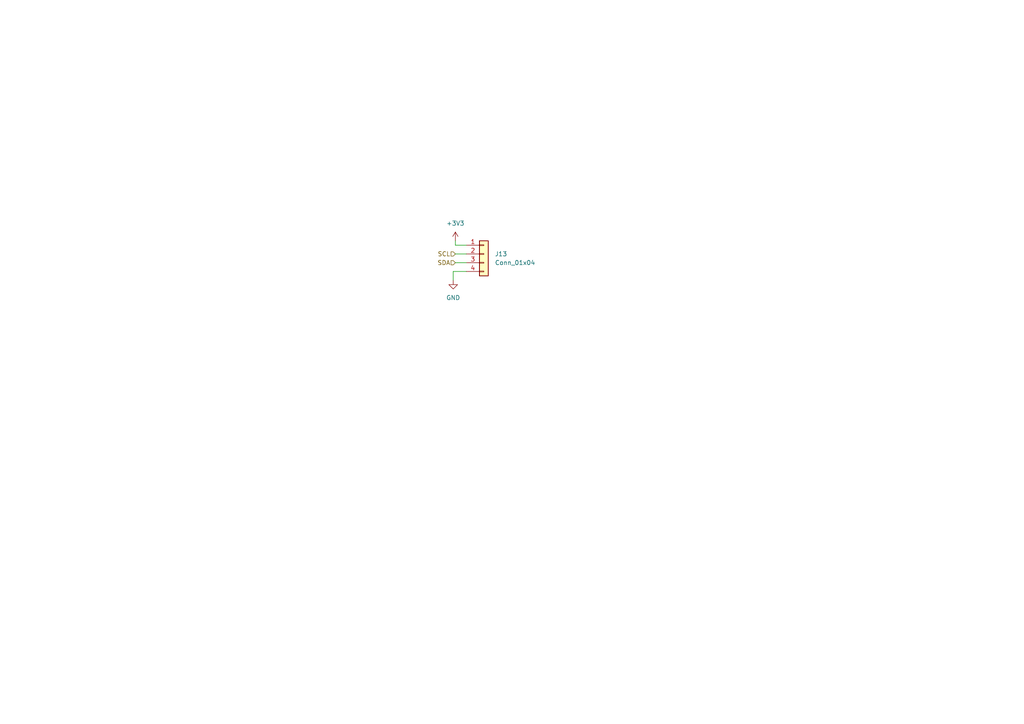
<source format=kicad_sch>
(kicad_sch (version 20230121) (generator eeschema)
  (paper "A4")
  (lib_symbols
    (symbol "Connector_Generic:Conn_01x04" (pin_names (offset 1.016) hide)
      (property "Reference" "J" (at 0 5.08 0))
      (property "Value" "Conn_01x04" (at 0 -7.62 0))
      (symbol "Conn_01x04_1_1"
        (rectangle (start -1.27 -4.953) (end 0 -5.207) (stroke (width 0.1524)))
        (rectangle (start -1.27 -2.413) (end 0 -2.667) (stroke (width 0.1524)))
        (rectangle (start -1.27 0.127) (end 0 -0.127) (stroke (width 0.1524)))
        (rectangle (start -1.27 2.667) (end 0 2.413) (stroke (width 0.1524)))
        (rectangle (start -1.27 3.81) (end 1.27 -6.35) (stroke (width 0.254)) (fill (type background)))
        (pin passive line (at -5.08 2.54 0) (length 3.81) (name "Pin_1") (number "1"))
        (pin passive line (at -5.08 0 0) (length 3.81) (name "Pin_2") (number "2"))
        (pin passive line (at -5.08 -2.54 0) (length 3.81) (name "Pin_3") (number "3"))
        (pin passive line (at -5.08 -5.08 0) (length 3.81) (name "Pin_4") (number "4"))
      )
    )
    (symbol "power:+3V3" (power) (pin_names (offset 0))
      (property "Value" "+3V3" (at 0 3.556 0))
      (symbol "+3V3_0_1"
        (polyline (pts (xy -0.762 1.27) (xy 0 2.54)))
        (polyline (pts (xy 0 0) (xy 0 2.54)))
        (polyline (pts (xy 0 2.54) (xy 0.762 1.27)))
      )
      (symbol "+3V3_1_1"
        (pin power_in line (at 0 0 90) (length 0) hide (name "+3V3") (number "1"))
      )
    )
    (symbol "power:GND" (power) (pin_names (offset 0))
      (property "Value" "GND" (at 0 -3.81 0))
      (symbol "GND_0_1"
        (polyline (pts (xy 0 0) (xy 0 -1.27) (xy 1.27 -1.27) (xy 0 -2.54) (xy -1.27 -1.27) (xy 0 -1.27)))
      )
      (symbol "GND_1_1"
        (pin power_in line (at 0 0 270) (length 0) hide (name "GND") (number "1"))
      )
    )
  )
  (wire (pts (xy 135.255 71.12) (xy 132.08 71.12)))
  (wire (pts (xy 132.08 71.12) (xy 132.08 69.85)))
  (wire (pts (xy 131.445 78.74) (xy 131.445 81.28)))
  (wire (pts (xy 135.255 78.74) (xy 131.445 78.74)))
  (wire (pts (xy 132.08 73.66) (xy 135.255 73.66)))
  (wire (pts (xy 132.08 76.2) (xy 135.255 76.2)))
  (hierarchical_label "SCL" (shape input) (at 132.08 73.66 180))
  (hierarchical_label "SDA" (shape input) (at 132.08 76.2 180))
  (symbol (lib_id "Connector_Generic:Conn_01x04") (at 140.335 73.66 0) (unit 1)
    (property "Reference" "J13" (at 143.51 73.66 0) (effects (justify left)))
    (property "Value" "Conn_01x04" (at 143.51 76.2 0) (effects (justify left)))
    (property "Footprint" "Connector_JST:JST_PH_B4B-PH-K_1x04_P2.00mm_Vertical" (effects hide))
  )
  (symbol (lib_id "power:+3V3") (at 132.08 69.85 0) (unit 1)
    (property "Reference" "#PWR033" (effects hide))
    (property "Value" "+3V3" (at 132.08 64.77 0))
  )
  (symbol (lib_id "power:GND") (at 131.445 81.28 0) (unit 1)
    (property "Reference" "#PWR034" (effects hide))
    (property "Value" "GND" (at 131.445 86.36 0))
  )
)
</source>
